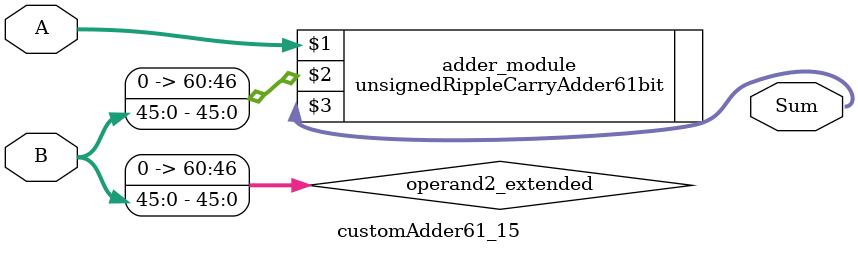
<source format=v>
module customAdder61_15(
                        input [60 : 0] A,
                        input [45 : 0] B,
                        
                        output [61 : 0] Sum
                );

        wire [60 : 0] operand2_extended;
        
        assign operand2_extended =  {15'b0, B};
        
        unsignedRippleCarryAdder61bit adder_module(
            A,
            operand2_extended,
            Sum
        );
        
        endmodule
        
</source>
